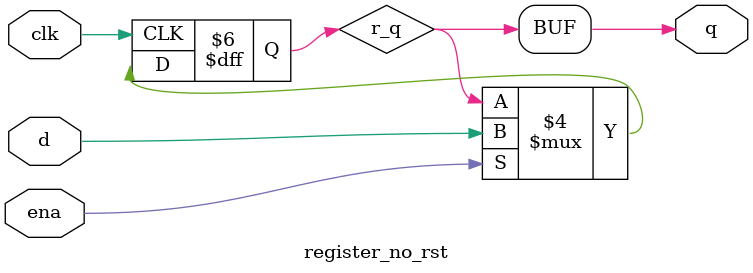
<source format=v>
module register( 
	clk,
	rst,
	ena,
	d,
	q
); 

parameter SZ_DATA = 1;
parameter [SZ_DATA-1:0] RST_STATE = 0;
parameter RST_POS_EDGE = 1;

input wire clk;
input wire rst;
input wire ena;
input wire [SZ_DATA-1:0] d;
output wire [SZ_DATA-1:0] q;

reg [SZ_DATA-1:0] r_q = RST_STATE[SZ_DATA-1:0];

assign q = r_q;

generate
if(RST_POS_EDGE) begin
	always@(posedge rst, posedge clk) begin
		if(rst == 1'b1) 
			r_q <= RST_STATE[SZ_DATA-1:0];
		else 
			if(ena)
				r_q <= d;
			else
				r_q <= r_q;
	end
end else begin
	always@(negedge rst, posedge clk) begin
		if(rst == 1'b0) 
			r_q <= RST_STATE[SZ_DATA-1:0];
		else 
			if(ena)
				r_q <= d;
			else
				r_q <= r_q;
	end
end
endgenerate
		
endmodule

module register_no_rst( 
	clk,
	ena,
	d,
	q
); 

parameter SZ_DATA = 1;
parameter [SZ_DATA-1:0] RST_STATE = 0;

input wire clk;
input wire ena;
input wire [SZ_DATA-1:0] d;
output wire [SZ_DATA-1:0] q;

reg [SZ_DATA-1:0] r_q = RST_STATE[SZ_DATA-1:0];

assign q = r_q;

always@(posedge clk) begin
	if(ena)
		r_q <= d;
	else
		r_q <= r_q;
end
		
endmodule

</source>
